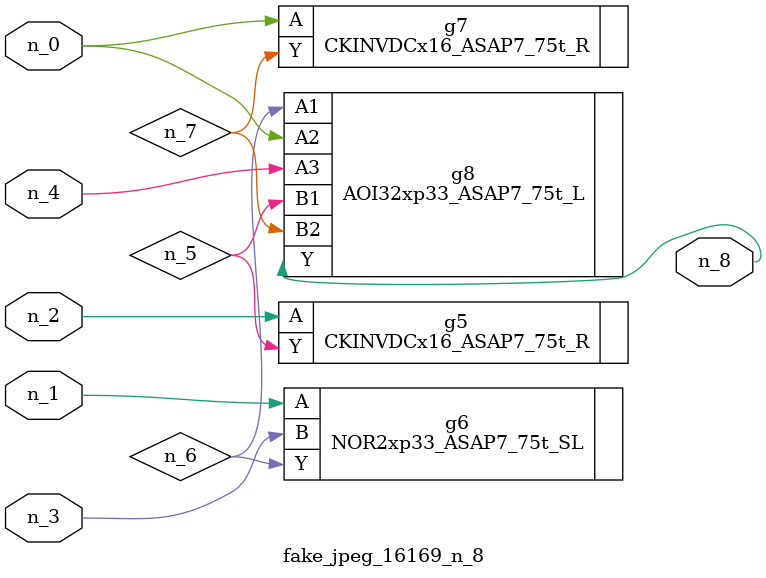
<source format=v>
module fake_jpeg_16169_n_8 (n_3, n_2, n_1, n_0, n_4, n_8);

input n_3;
input n_2;
input n_1;
input n_0;
input n_4;

output n_8;

wire n_6;
wire n_5;
wire n_7;

CKINVDCx16_ASAP7_75t_R g5 ( 
.A(n_2),
.Y(n_5)
);

NOR2xp33_ASAP7_75t_SL g6 ( 
.A(n_1),
.B(n_3),
.Y(n_6)
);

CKINVDCx16_ASAP7_75t_R g7 ( 
.A(n_0),
.Y(n_7)
);

AOI32xp33_ASAP7_75t_L g8 ( 
.A1(n_6),
.A2(n_0),
.A3(n_4),
.B1(n_5),
.B2(n_7),
.Y(n_8)
);


endmodule
</source>
